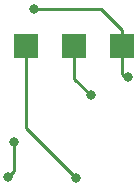
<source format=gbl>
G04 #@! TF.GenerationSoftware,KiCad,Pcbnew,(6.0.0)*
G04 #@! TF.CreationDate,2021-12-31T14:26:10+01:00*
G04 #@! TF.ProjectId,marklin-v100-led-front-pcb,6d61726b-6c69-46e2-9d76-3130302d6c65,0.1*
G04 #@! TF.SameCoordinates,Original*
G04 #@! TF.FileFunction,Copper,L2,Bot*
G04 #@! TF.FilePolarity,Positive*
%FSLAX46Y46*%
G04 Gerber Fmt 4.6, Leading zero omitted, Abs format (unit mm)*
G04 Created by KiCad (PCBNEW (6.0.0)) date 2021-12-31 14:26:10*
%MOMM*%
%LPD*%
G01*
G04 APERTURE LIST*
G04 #@! TA.AperFunction,SMDPad,CuDef*
%ADD10R,2.000000X2.000000*%
G04 #@! TD*
G04 #@! TA.AperFunction,ViaPad*
%ADD11C,0.800000*%
G04 #@! TD*
G04 #@! TA.AperFunction,Conductor*
%ADD12C,0.250000*%
G04 #@! TD*
G04 APERTURE END LIST*
D10*
X99890000Y-66257500D03*
X107990000Y-66257500D03*
X103940000Y-66257500D03*
D11*
X98840000Y-74457500D03*
X98340000Y-77357500D03*
X100540000Y-63157500D03*
X108540000Y-68957500D03*
X104140000Y-77457500D03*
X105340000Y-70457500D03*
D12*
X98840000Y-76857500D02*
X98340000Y-77357500D01*
X98840000Y-74457500D02*
X98840000Y-76857500D01*
X107990000Y-64907500D02*
X106240000Y-63157500D01*
X107990000Y-66257500D02*
X107990000Y-64907500D01*
X107990000Y-66257500D02*
X107990000Y-68707500D01*
X108240000Y-68957500D02*
X108540000Y-68957500D01*
X106240000Y-63157500D02*
X100540000Y-63157500D01*
X107990000Y-68707500D02*
X108240000Y-68957500D01*
X99890000Y-73207500D02*
X104140000Y-77457500D01*
X99890000Y-66257500D02*
X99890000Y-73207500D01*
X103940000Y-66257500D02*
X103940000Y-69057500D01*
X103940000Y-69057500D02*
X105340000Y-70457500D01*
M02*

</source>
